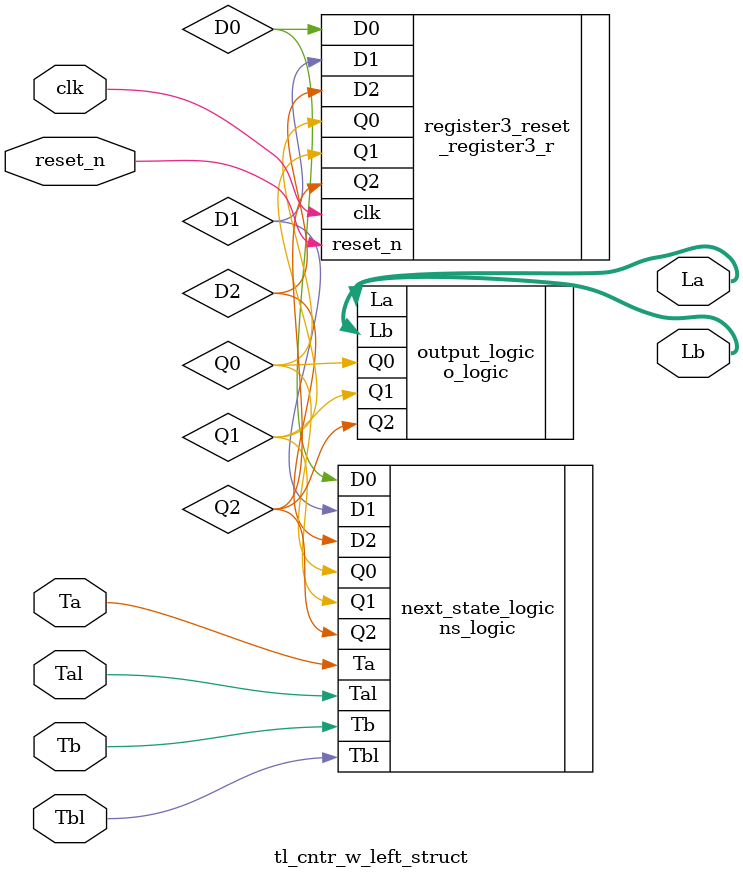
<source format=v>
module tl_cntr_w_left_struct(clk, reset_n, Ta,Tal, Tb, Tbl, La, Lb);

	input clk, reset_n, Ta, Tal, Tb, Tbl;// 1bit input
	
	output [1:0] La,Lb;// 2bit output 
	
	// use _register3_r module instance name is _register3_reset
	_register3_r register3_reset(.clk(clk), .reset_n(reset_n), .D2(D2), .D1(D1), .D0(D0), .Q2(Q2), .Q1(Q1), .Q0(Q0));
	
	//	ns_logic module instance name is next_state_logic
	ns_logic next_state_logic (.Ta(Ta), .Tb(Tb), .Tal(Tal), .Tbl(Tbl), .Q2(Q2), .Q1(Q1), .Q0(Q0), .D2(D2), .D1(D1), .D0(D0));

	//	o_logic module instance name is output_logic
	o_logic output_logic(.Q2(Q2), .Q1(Q1), .Q0(Q0), .La(La), .Lb(Lb));
endmodule

</source>
